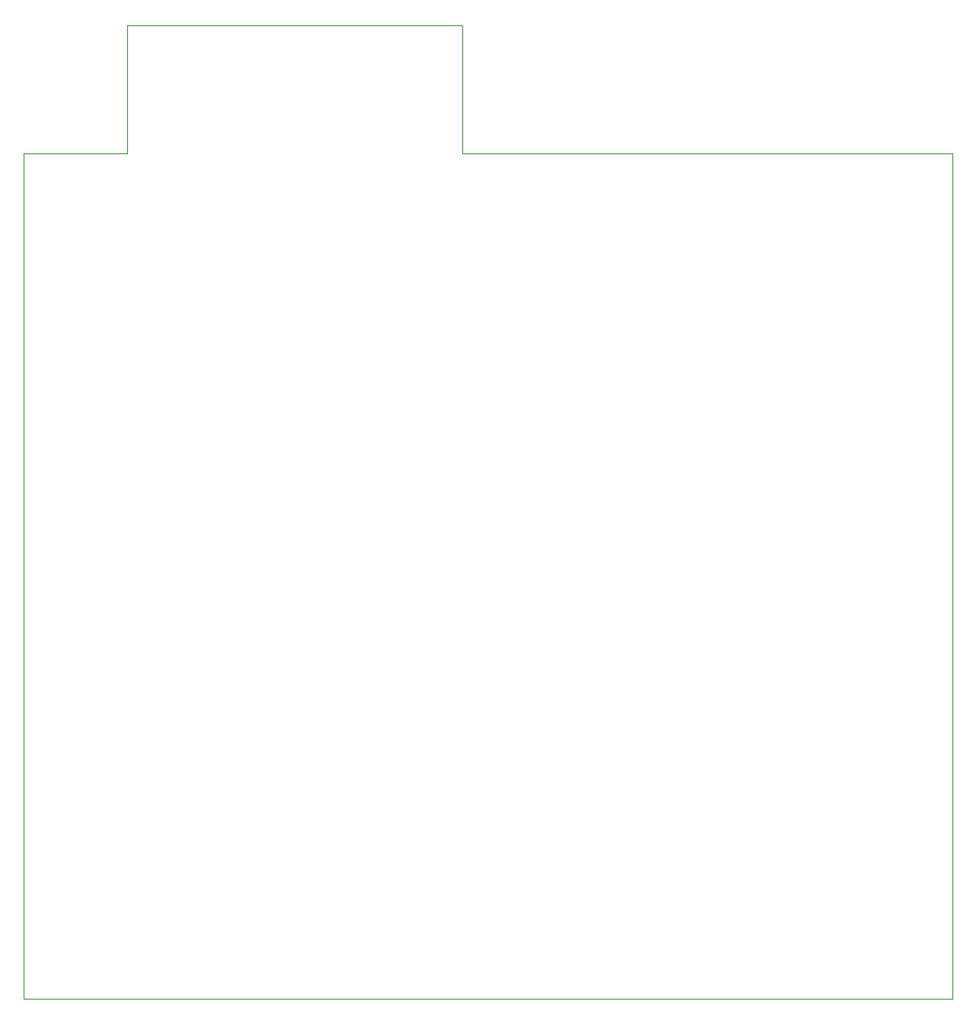
<source format=gbr>
%TF.GenerationSoftware,KiCad,Pcbnew,7.0.7*%
%TF.CreationDate,2023-10-18T23:04:21+01:00*%
%TF.ProjectId,CPC464-2MINIRS232C,43504334-3634-42d3-924d-494e49525332,rev?*%
%TF.SameCoordinates,Original*%
%TF.FileFunction,Profile,NP*%
%FSLAX46Y46*%
G04 Gerber Fmt 4.6, Leading zero omitted, Abs format (unit mm)*
G04 Created by KiCad (PCBNEW 7.0.7) date 2023-10-18 23:04:21*
%MOMM*%
%LPD*%
G01*
G04 APERTURE LIST*
%TA.AperFunction,Profile*%
%ADD10C,0.100000*%
%TD*%
G04 APERTURE END LIST*
D10*
X71275000Y-38650000D02*
X71300000Y-38675000D01*
X120575000Y-38675000D01*
X120575000Y-123650000D01*
X27200000Y-123650000D01*
X27200000Y-38650000D01*
X37575000Y-38650000D01*
X37575000Y-25800000D01*
X71275000Y-25800000D01*
X71275000Y-38650000D01*
M02*

</source>
